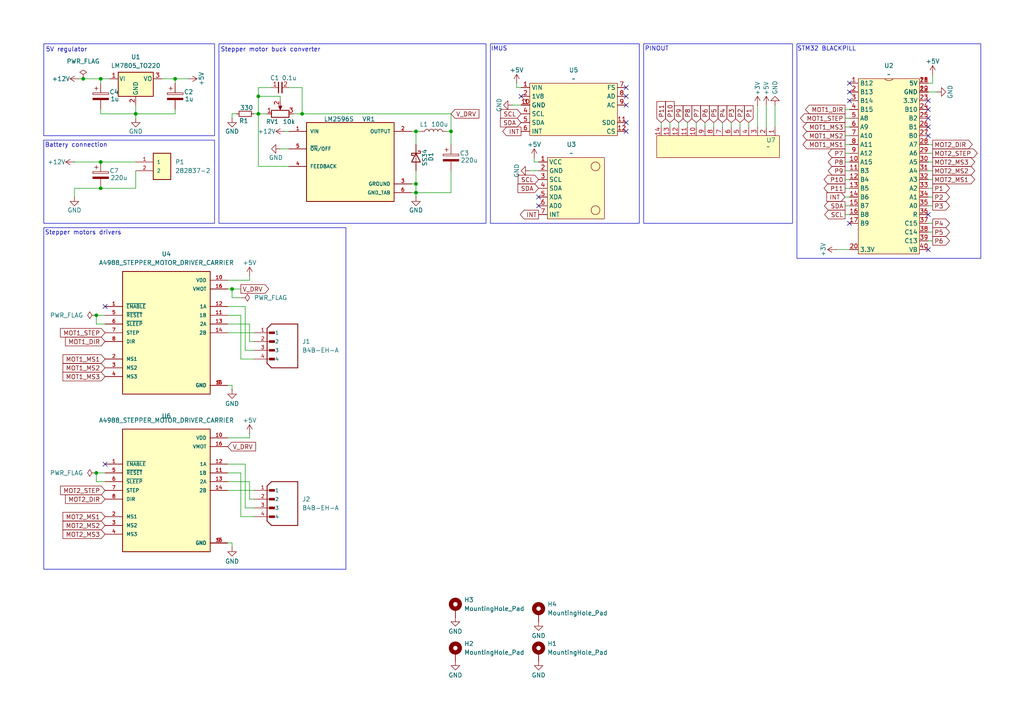
<source format=kicad_sch>
(kicad_sch (version 20231120) (generator "eeschema") (generator_version "8.0")
  (paper "A4")
  (lib_symbols
    (symbol "282837-2:282837-2" (pin_names (offset 1.016))
      (property "Reference" "P" (at -2.5406 2.5438 0))
      (property "Value" "282837-2" (at -2.5424 -6.3745 0))
      (symbol "282837-2_0_0"
        (rectangle (start -2.54 -5.08) (end 2.54 2.54) (stroke (width 0.254)) (fill (type background)))
        (pin passive line (at -7.62 0 0) (length 5.08) (name "1") (number "1"))
        (pin passive line (at -7.62 -2.54 0) (length 5.08) (name "2") (number "2"))
      )
    )
    (symbol "A4988_STEPPER_MOTOR_DRIVER_CARRIER:A4988_STEPPER_MOTOR_DRIVER_CARRIER" (pin_names (offset 1.016))
      (property "Reference" "U" (at -12.7 19.05 0))
      (property "Value" "A4988_STEPPER_MOTOR_DRIVER_CARRIER" (at -12.7 -21.59 0))
      (symbol "A4988_STEPPER_MOTOR_DRIVER_CARRIER_0_0"
        (rectangle (start -12.7 -17.78) (end 12.7 17.78) (stroke (width 0.254)) (fill (type background)))
        (pin input line (at -17.78 7.62 0) (length 5.08) (name "~{ENABLE}") (number "1"))
        (pin power_in line (at 17.78 15.24 180) (length 5.08) (name "VDD") (number "10"))
        (pin output line (at 17.78 5.08 180) (length 5.08) (name "1B") (number "11"))
        (pin output line (at 17.78 7.62 180) (length 5.08) (name "1A") (number "12"))
        (pin output line (at 17.78 2.54 180) (length 5.08) (name "2A") (number "13"))
        (pin output line (at 17.78 0 180) (length 5.08) (name "2B") (number "14"))
        (pin power_in line (at 17.78 -15.24 180) (length 5.08) (name "GND") (number "15"))
        (pin power_in line (at 17.78 12.7 180) (length 5.08) (name "VMOT") (number "16"))
        (pin input line (at -17.78 -7.62 0) (length 5.08) (name "MS1") (number "2"))
        (pin input line (at -17.78 -10.16 0) (length 5.08) (name "MS2") (number "3"))
        (pin input line (at -17.78 -12.7 0) (length 5.08) (name "MS3") (number "4"))
        (pin input line (at -17.78 5.08 0) (length 5.08) (name "~{RESET}") (number "5"))
        (pin input line (at -17.78 2.54 0) (length 5.08) (name "~{SLEEP}") (number "6"))
        (pin input line (at -17.78 0 0) (length 5.08) (name "STEP") (number "7"))
        (pin input line (at -17.78 -2.54 0) (length 5.08) (name "DIR") (number "8"))
        (pin power_in line (at 17.78 -15.24 180) (length 5.08) (name "GND") (number "9"))
      )
    )
    (symbol "A4988_STEPPER_MOTOR_DRIVER_CARRIER_1" (pin_names (offset 1.016))
      (property "Reference" "U" (at -12.7 19.05 0))
      (property "Value" "A4988_STEPPER_MOTOR_DRIVER_CARRIER" (at -12.7 -21.59 0))
      (symbol "A4988_STEPPER_MOTOR_DRIVER_CARRIER_1_0_0"
        (rectangle (start -12.7 -17.78) (end 12.7 17.78) (stroke (width 0.254)) (fill (type background)))
        (pin input line (at -17.78 7.62 0) (length 5.08) (name "~{ENABLE}") (number "1"))
        (pin power_in line (at 17.78 15.24 180) (length 5.08) (name "VDD") (number "10"))
        (pin output line (at 17.78 5.08 180) (length 5.08) (name "1B") (number "11"))
        (pin output line (at 17.78 7.62 180) (length 5.08) (name "1A") (number "12"))
        (pin output line (at 17.78 2.54 180) (length 5.08) (name "2A") (number "13"))
        (pin output line (at 17.78 0 180) (length 5.08) (name "2B") (number "14"))
        (pin power_in line (at 17.78 -15.24 180) (length 5.08) (name "GND") (number "15"))
        (pin power_in line (at 17.78 12.7 180) (length 5.08) (name "VMOT") (number "16"))
        (pin input line (at -17.78 -7.62 0) (length 5.08) (name "MS1") (number "2"))
        (pin input line (at -17.78 -10.16 0) (length 5.08) (name "MS2") (number "3"))
        (pin input line (at -17.78 -12.7 0) (length 5.08) (name "MS3") (number "4"))
        (pin input line (at -17.78 5.08 0) (length 5.08) (name "~{RESET}") (number "5"))
        (pin input line (at -17.78 2.54 0) (length 5.08) (name "~{SLEEP}") (number "6"))
        (pin input line (at -17.78 0 0) (length 5.08) (name "STEP") (number "7"))
        (pin input line (at -17.78 -2.54 0) (length 5.08) (name "DIR") (number "8"))
        (pin power_in line (at 17.78 -15.24 180) (length 5.08) (name "GND") (number "9"))
      )
    )
    (symbol "B4B-EH-A:B4B-EH-A" (pin_names (offset 1.016))
      (property "Reference" "J" (at -2.54 8.382 0))
      (property "Value" "B4B-EH-A" (at -2.54 -7.62 0))
      (symbol "B4B-EH-A_0_0"
        (rectangle (start -3.175 -2.8575) (end -1.5875 -2.2225) (stroke (width 0.1)) (fill (type outline)))
        (rectangle (start -3.175 -0.3175) (end -1.5875 0.3175) (stroke (width 0.1)) (fill (type outline)))
        (rectangle (start -3.175 2.2225) (end -1.5875 2.8575) (stroke (width 0.1)) (fill (type outline)))
        (rectangle (start -3.175 4.7625) (end -1.5875 5.3975) (stroke (width 0.1)) (fill (type outline)))
        (polyline (pts (xy -3.81 -3.81) (xy -2.54 -5.08)) (stroke (width 0.254)))
        (polyline (pts (xy -3.81 6.35) (xy -3.81 -3.81)) (stroke (width 0.254)))
        (polyline (pts (xy -3.81 6.35) (xy -2.54 7.62)) (stroke (width 0.254)))
        (polyline (pts (xy -2.54 -5.08) (xy 5.08 -5.08)) (stroke (width 0.254)))
        (polyline (pts (xy 5.08 -5.08) (xy 5.08 7.62)) (stroke (width 0.254)))
        (polyline (pts (xy 5.08 7.62) (xy -2.54 7.62)) (stroke (width 0.254)))
        (pin passive line (at -7.62 5.08 0) (length 5.08) (name "1") (number "1"))
        (pin passive line (at -7.62 2.54 0) (length 5.08) (name "2") (number "2"))
        (pin passive line (at -7.62 0 0) (length 5.08) (name "3") (number "3"))
        (pin passive line (at -7.62 -2.54 0) (length 5.08) (name "4") (number "4"))
      )
    )
    (symbol "Device:C_Polarized" (pin_numbers hide) (pin_names (offset 0.254))
      (property "Reference" "C" (at 0.635 2.54 0))
      (property "Value" "C_Polarized" (at 0.635 -2.54 0))
      (symbol "C_Polarized_0_1"
        (rectangle (start -2.286 0.508) (end 2.286 1.016))
        (polyline (pts (xy -1.778 2.286) (xy -0.762 2.286)))
        (polyline (pts (xy -1.27 2.794) (xy -1.27 1.778)))
        (rectangle (start 2.286 -0.508) (end -2.286 -1.016) (fill (type outline)))
      )
      (symbol "C_Polarized_1_1"
        (pin passive line (at 0 3.81 270) (length 2.794) (name "~") (number "1"))
        (pin passive line (at 0 -3.81 90) (length 2.794) (name "~") (number "2"))
      )
    )
    (symbol "Device:D_Schottky" (pin_numbers hide) (pin_names (offset 1.016) hide)
      (property "Reference" "D" (at 0 2.54 0))
      (property "Value" "D_Schottky" (at 0 -2.54 0))
      (symbol "D_Schottky_0_1"
        (polyline (pts (xy 1.27 0) (xy -1.27 0)))
        (polyline (pts (xy 1.27 1.27) (xy 1.27 -1.27) (xy -1.27 0) (xy 1.27 1.27)) (stroke (width 0.254)))
        (polyline (pts (xy -1.905 0.635) (xy -1.905 1.27) (xy -1.27 1.27) (xy -1.27 -1.27) (xy -0.635 -1.27) (xy -0.635 -0.635)) (stroke (width 0.254)))
      )
      (symbol "D_Schottky_1_1"
        (pin passive line (at -3.81 0 0) (length 2.54) (name "K") (number "1"))
        (pin passive line (at 3.81 0 180) (length 2.54) (name "A") (number "2"))
      )
    )
    (symbol "Device:L" (pin_numbers hide) (pin_names (offset 1.016) hide)
      (property "Reference" "L" (at -1.27 0 90))
      (property "Value" "L" (at 1.905 0 90))
      (symbol "L_0_1"
        (arc (start 0 -2.54) (mid 0.6323 -1.905) (end 0 -1.27))
        (arc (start 0 -1.27) (mid 0.6323 -0.635) (end 0 0))
        (arc (start 0 0) (mid 0.6323 0.635) (end 0 1.27))
        (arc (start 0 1.27) (mid 0.6323 1.905) (end 0 2.54))
      )
      (symbol "L_1_1"
        (pin passive line (at 0 3.81 270) (length 1.27) (name "1") (number "1"))
        (pin passive line (at 0 -3.81 90) (length 1.27) (name "2") (number "2"))
      )
    )
    (symbol "Device:R_Potentiometer" (pin_names (offset 1.016) hide)
      (property "Reference" "RV" (at -4.445 0 90))
      (property "Value" "R_Potentiometer" (at -2.54 0 90))
      (symbol "R_Potentiometer_0_1"
        (polyline (pts (xy 2.54 0) (xy 1.524 0)))
        (polyline (pts (xy 1.143 0) (xy 2.286 0.508) (xy 2.286 -0.508) (xy 1.143 0)) (fill (type outline)))
        (rectangle (start 1.016 2.54) (end -1.016 -2.54) (stroke (width 0.254)))
      )
      (symbol "R_Potentiometer_1_1"
        (pin passive line (at 0 3.81 270) (length 1.27) (name "1") (number "1"))
        (pin passive line (at 3.81 0 180) (length 1.27) (name "2") (number "2"))
        (pin passive line (at 0 -3.81 90) (length 1.27) (name "3") (number "3"))
      )
    )
    (symbol "ICM20948:ICM20948"
      (property "Reference" "U" (at 0 8.89 0))
      (symbol "ICM20948_1_1"
        (rectangle (start -12.7 7.62) (end 12.7 -7.62) (fill (type background)))
        (pin power_in line (at -15.24 6.35 0) (length 2.54) (name "VIN") (number "1"))
        (pin input line (at -15.24 1.27 0) (length 2.54) (name "GND") (number "10"))
        (pin bidirectional line (at 15.24 -3.81 180) (length 2.54) (name "SDO") (number "11"))
        (pin bidirectional line (at 15.24 -6.35 180) (length 2.54) (name "CS") (number "12"))
        (pin power_out line (at -15.24 3.81 0) (length 2.54) (name "1V8") (number "2"))
        (pin input line (at -15.24 1.27 0) (length 2.54) (name "GND") (number "3"))
        (pin bidirectional line (at -15.24 -1.27 0) (length 2.54) (name "SCL") (number "4"))
        (pin bidirectional line (at -15.24 -3.81 0) (length 2.54) (name "SDA") (number "5"))
        (pin output line (at -15.24 -6.35 0) (length 2.54) (name "INT") (number "6"))
        (pin bidirectional line (at 15.24 6.35 180) (length 2.54) (name "FS") (number "7"))
        (pin bidirectional line (at 15.24 3.81 180) (length 2.54) (name "AD") (number "8"))
        (pin bidirectional line (at 15.24 1.27 180) (length 2.54) (name "AC") (number "9"))
      )
    )
    (symbol "LM2596S-5.0:LM2596S-5.0" (pin_names (offset 1.016))
      (property "Reference" "VR" (at -12.7 10.922 0))
      (property "Value" "LM2596S-5.0" (at -12.7 -13.462 0))
      (symbol "LM2596S-5.0_0_0"
        (rectangle (start -12.7 -12.7) (end 12.7 10.16) (stroke (width 0.254)) (fill (type background)))
        (pin input line (at -17.78 7.62 0) (length 5.08) (name "VIN") (number "1"))
        (pin output line (at 17.78 7.62 180) (length 5.08) (name "OUTPUT") (number "2"))
        (pin power_in line (at 17.78 -7.62 180) (length 5.08) (name "GROUND") (number "3"))
        (pin input line (at -17.78 -2.54 0) (length 5.08) (name "FEEDBACK") (number "4"))
        (pin input line (at -17.78 2.54 0) (length 5.08) (name "~{ON}/OFF") (number "5"))
        (pin power_in line (at 17.78 -10.16 180) (length 5.08) (name "GND_TAB") (number "6"))
      )
    )
    (symbol "MPU6050:MPU6050"
      (property "Reference" "U" (at 0.508 9.906 0))
      (symbol "MPU6050_0_1"
        (circle (center 6.35 -6.35) (radius 1.27))
        (circle (center 6.35 6.35) (radius 1.27))
      )
      (symbol "MPU6050_1_1"
        (rectangle (start -7.62 8.89) (end 8.89 -8.89) (fill (type background)))
        (pin power_in line (at -10.16 7.62 0) (length 2.54) (name "VCC") (number "1"))
        (pin power_in line (at -10.16 5.08 0) (length 2.54) (name "GND") (number "2"))
        (pin bidirectional line (at -10.16 2.54 0) (length 2.54) (name "SCL") (number "3"))
        (pin bidirectional line (at -10.16 0 0) (length 2.54) (name "SDA") (number "4"))
        (pin bidirectional line (at -10.16 -2.54 0) (length 2.54) (name "XDA") (number "5"))
        (pin bidirectional line (at -10.16 -5.08 0) (length 2.54) (name "AD0") (number "6"))
        (pin bidirectional line (at -10.16 -7.62 0) (length 2.54) (name "INT") (number "7"))
      )
    )
    (symbol "Mechanical:MountingHole_Pad" (pin_numbers hide) (pin_names (offset 1.016) hide) (exclude_from_sim yes) (in_bom no)
      (property "Reference" "H" (at 0 6.35 0))
      (property "Value" "MountingHole_Pad" (at 0 4.445 0))
      (symbol "MountingHole_Pad_0_1"
        (circle (center 0 1.27) (radius 1.27) (stroke (width 1.27)))
      )
      (symbol "MountingHole_Pad_1_1"
        (pin input line (at 0 -2.54 90) (length 2.54) (name "1") (number "1"))
      )
    )
    (symbol "PUT_RL_05_01_RLC:C_Small"
      (property "Reference" "C" (at -2.286 2.794 0))
      (symbol "C_Small_0_1"
        (polyline (pts (xy -1.524 -0.508) (xy 1.524 -0.508)) (stroke (width 0.3302)))
        (polyline (pts (xy -1.524 0.508) (xy 1.524 0.508)) (stroke (width 0.3048)))
      )
      (symbol "C_Small_1_1"
        (pin passive line (at 0 2.54 270) (length 2.032) (name "~") (number "1"))
        (pin passive line (at 0 -2.54 90) (length 2.032) (name "~") (number "2"))
      )
    )
    (symbol "PUT_RL_05_01_RLC:R_Small" (pin_numbers hide)
      (property "Reference" "R" (at -2.286 3.048 0))
      (symbol "R_Small_0_1"
        (rectangle (start -0.762 1.778) (end 0.762 -1.778) (stroke (width 0.2032)))
      )
      (symbol "R_Small_1_1"
        (pin passive line (at 0 2.54 270) (length 0.762) (name "~") (number "1"))
        (pin passive line (at 0 -2.54 90) (length 0.762) (name "~") (number "2"))
      )
    )
    (symbol "Regulator_Linear:LM7805_TO220" (pin_names (offset 0.254))
      (property "Reference" "U" (at -3.81 3.175 0))
      (property "Value" "LM7805_TO220" (at 0 3.175 0))
      (symbol "LM7805_TO220_0_1"
        (rectangle (start -5.08 1.905) (end 5.08 -5.08) (stroke (width 0.254)) (fill (type background)))
      )
      (symbol "LM7805_TO220_1_1"
        (pin power_in line (at -7.62 0 0) (length 2.54) (name "VI") (number "1"))
        (pin power_in line (at 0 -7.62 90) (length 2.54) (name "GND") (number "2"))
        (pin power_out line (at 7.62 0 180) (length 2.54) (name "VO") (number "3"))
      )
    )
    (symbol "power:+12V" (power) (pin_numbers hide) (pin_names (offset 0) hide)
      (property "Value" "+12V" (at 0 3.556 0))
      (symbol "+12V_0_1"
        (polyline (pts (xy -0.762 1.27) (xy 0 2.54)))
        (polyline (pts (xy 0 0) (xy 0 2.54)))
        (polyline (pts (xy 0 2.54) (xy 0.762 1.27)))
      )
      (symbol "+12V_1_1"
        (pin power_in line (at 0 0 90) (length 0) (name "~") (number "1"))
      )
    )
    (symbol "power:+5V" (power) (pin_numbers hide) (pin_names (offset 0) hide)
      (property "Value" "+5V" (at 0 3.556 0))
      (symbol "+5V_0_1"
        (polyline (pts (xy -0.762 1.27) (xy 0 2.54)))
        (polyline (pts (xy 0 0) (xy 0 2.54)))
        (polyline (pts (xy 0 2.54) (xy 0.762 1.27)))
      )
      (symbol "+5V_1_1"
        (pin power_in line (at 0 0 90) (length 0) (name "~") (number "1"))
      )
    )
    (symbol "power:GND" (power) (pin_numbers hide) (pin_names (offset 0) hide)
      (property "Value" "GND" (at 0 -3.81 0))
      (symbol "GND_0_1"
        (polyline (pts (xy 0 0) (xy 0 -1.27) (xy 1.27 -1.27) (xy 0 -2.54) (xy -1.27 -1.27) (xy 0 -1.27)))
      )
      (symbol "GND_1_1"
        (pin power_in line (at 0 0 270) (length 0) (name "~") (number "1"))
      )
    )
    (symbol "power:PWR_FLAG" (power) (pin_numbers hide) (pin_names (offset 0) hide)
      (property "Value" "PWR_FLAG" (at 0 3.81 0))
      (symbol "PWR_FLAG_0_0"
        (pin power_out line (at 0 0 90) (length 0) (name "~") (number "1"))
      )
      (symbol "PWR_FLAG_0_1"
        (polyline (pts (xy 0 0) (xy 0 1.27) (xy -1.016 1.905) (xy 0 2.54) (xy 1.016 1.905) (xy 0 1.27)))
      )
    )
    (symbol "segway_pinout:segway_pinout"
      (property "Reference" "U" (at 0 0 0))
      (symbol "segway_pinout_1_1"
        (rectangle (start -17.78 2.54) (end 17.78 -3.81) (fill (type background)))
        (pin power_in line (at 16.51 5.08 270) (length 2.54) (name "") (number "1"))
        (pin output line (at -6.35 5.08 270) (length 2.54) (name "") (number "10"))
        (pin output line (at -8.89 5.08 270) (length 2.54) (name "") (number "11"))
        (pin output line (at -11.43 5.08 270) (length 2.54) (name "") (number "12"))
        (pin output line (at -13.97 5.08 270) (length 2.54) (name "") (number "13"))
        (pin output line (at -16.51 5.08 270) (length 2.54) (name "") (number "14"))
        (pin power_in line (at 13.97 5.08 270) (length 2.54) (name "") (number "2"))
        (pin power_in line (at 11.43 5.08 270) (length 2.54) (name "") (number "3"))
        (pin output line (at 8.89 5.08 270) (length 2.54) (name "") (number "4"))
        (pin output line (at 6.35 5.08 270) (length 2.54) (name "") (number "5"))
        (pin output line (at 3.81 5.08 270) (length 2.54) (name "") (number "6"))
        (pin output line (at 1.27 5.08 270) (length 2.54) (name "") (number "7"))
        (pin output line (at -1.27 5.08 270) (length 2.54) (name "") (number "8"))
        (pin output line (at -3.81 5.08 270) (length 2.54) (name "") (number "9"))
      )
    )
    (symbol "stm32 blackpill:blackpill"
      (property "Reference" "U" (at 0 0 0))
      (symbol "blackpill_0_1"
        (arc (start -1.27 10.16) (mid 0 9.6339) (end 1.27 10.16))
      )
      (symbol "blackpill_1_1"
        (rectangle (start -8.89 10.16) (end 8.89 -40.64) (fill (type background)))
        (pin bidirectional line (at -11.43 8.89 0) (length 2.54) (name "B12") (number "1"))
        (pin bidirectional line (at -11.43 -13.97 0) (length 2.54) (name "A15") (number "10"))
        (pin bidirectional line (at -11.43 -16.51 0) (length 2.54) (name "B3") (number "11"))
        (pin bidirectional line (at -11.43 -19.05 0) (length 2.54) (name "B4") (number "12"))
        (pin bidirectional line (at -11.43 -21.59 0) (length 2.54) (name "B5") (number "13"))
        (pin bidirectional line (at -11.43 -24.13 0) (length 2.54) (name "B6") (number "14"))
        (pin bidirectional line (at -11.43 -26.67 0) (length 2.54) (name "B7") (number "15"))
        (pin bidirectional line (at -11.43 -29.21 0) (length 2.54) (name "B8") (number "16"))
        (pin bidirectional line (at -11.43 -31.75 0) (length 2.54) (name "B9") (number "17"))
        (pin power_in line (at 11.43 8.89 180) (length 2.54) (name "5V") (number "18"))
        (pin power_out line (at 11.43 6.35 180) (length 2.54) (name "GND") (number "19"))
        (pin bidirectional line (at -11.43 6.35 0) (length 2.54) (name "B13") (number "2"))
        (pin power_out line (at -11.43 -39.37 0) (length 2.54) (name "3.3V") (number "20"))
        (pin power_in line (at 11.43 8.89 180) (length 2.54) (name "5V") (number "21"))
        (pin power_out line (at 11.43 6.35 180) (length 2.54) (name "GND") (number "22"))
        (pin power_out line (at 11.43 3.81 180) (length 2.54) (name "3.3V") (number "23"))
        (pin bidirectional line (at 11.43 1.27 180) (length 2.54) (name "B10") (number "24"))
        (pin bidirectional line (at 11.43 -1.27 180) (length 2.54) (name "B2") (number "25"))
        (pin bidirectional line (at 11.43 -3.81 180) (length 2.54) (name "B1") (number "26"))
        (pin bidirectional line (at 11.43 -6.35 180) (length 2.54) (name "B0") (number "27"))
        (pin bidirectional line (at 11.43 -8.89 180) (length 2.54) (name "A7") (number "28"))
        (pin bidirectional line (at 11.43 -11.43 180) (length 2.54) (name "A6") (number "29"))
        (pin bidirectional line (at -11.43 3.81 0) (length 2.54) (name "B14") (number "3"))
        (pin bidirectional line (at 11.43 -13.97 180) (length 2.54) (name "A5") (number "30"))
        (pin bidirectional line (at 11.43 -16.51 180) (length 2.54) (name "A4") (number "31"))
        (pin bidirectional line (at 11.43 -19.05 180) (length 2.54) (name "A3") (number "32"))
        (pin bidirectional line (at 11.43 -21.59 180) (length 2.54) (name "A2") (number "33"))
        (pin bidirectional line (at 11.43 -24.13 180) (length 2.54) (name "A1") (number "34"))
        (pin bidirectional line (at 11.43 -26.67 180) (length 2.54) (name "A0") (number "35"))
        (pin input line (at 11.43 -29.21 180) (length 2.54) (name "R") (number "36"))
        (pin bidirectional line (at 11.43 -31.75 180) (length 2.54) (name "C15") (number "37"))
        (pin bidirectional line (at 11.43 -34.29 180) (length 2.54) (name "C14") (number "38"))
        (pin bidirectional line (at 11.43 -36.83 180) (length 2.54) (name "C13") (number "39"))
        (pin bidirectional line (at -11.43 1.27 0) (length 2.54) (name "B15") (number "4"))
        (pin bidirectional line (at 11.43 -39.37 180) (length 2.54) (name "VB") (number "40"))
        (pin bidirectional line (at -11.43 -1.27 0) (length 2.54) (name "A8") (number "5"))
        (pin bidirectional line (at -11.43 -3.81 0) (length 2.54) (name "A9") (number "6"))
        (pin bidirectional line (at -11.43 -6.35 0) (length 2.54) (name "A10") (number "7"))
        (pin bidirectional line (at -11.43 -8.89 0) (length 2.54) (name "A11") (number "8"))
        (pin bidirectional line (at -11.43 -11.43 0) (length 2.54) (name "A12") (number "9"))
      )
    )
  )
  (junction (at 120.65 38.1))
  (junction (at 67.31 83.82))
  (junction (at 29.21 54.61))
  (junction (at 74.93 27.94))
  (junction (at 27.94 91.44))
  (junction (at 87.63 33.02))
  (junction (at 130.81 38.1))
  (junction (at 120.65 53.34))
  (junction (at 24.13 22.86))
  (junction (at 29.21 22.86))
  (junction (at 39.37 33.02))
  (junction (at 74.93 33.02))
  (junction (at 29.21 46.99))
  (junction (at 27.94 137.16))
  (junction (at 120.65 55.88))
  (junction (at 50.8 22.86))
  (no_connect (at 156.21 57.15))
  (no_connect (at 269.24 31.75))
  (no_connect (at 269.24 62.23))
  (no_connect (at 151.13 27.94))
  (no_connect (at 269.24 39.37))
  (no_connect (at 246.38 24.13))
  (no_connect (at 269.24 34.29))
  (no_connect (at 181.61 38.1))
  (no_connect (at 181.61 35.56))
  (no_connect (at 30.48 88.9))
  (no_connect (at 246.38 64.77))
  (no_connect (at 246.38 26.67))
  (no_connect (at 30.48 134.62))
  (no_connect (at 269.24 72.39))
  (no_connect (at 269.24 36.83))
  (no_connect (at 181.61 25.4))
  (no_connect (at 181.61 30.48))
  (no_connect (at 181.61 27.94))
  (no_connect (at 269.24 29.21))
  (no_connect (at 156.21 59.69))
  (no_connect (at 246.38 29.21))
  (wire (pts (xy 87.63 25.4) (xy 87.63 33.02)))
  (wire (pts (xy 119.38 53.34) (xy 120.65 53.34)))
  (wire (pts (xy 148.59 30.48) (xy 151.13 30.48)))
  (wire (pts (xy 68.58 33.02) (xy 67.31 33.02)))
  (wire (pts (xy 245.11 39.37) (xy 246.38 39.37)))
  (wire (pts (xy 29.21 46.99) (xy 39.37 46.99)))
  (wire (pts (xy 72.39 144.78) (xy 73.66 144.78)))
  (wire (pts (xy 222.25 30.48) (xy 222.25 36.83)))
  (wire (pts (xy 72.39 99.06) (xy 72.39 93.98)))
  (wire (pts (xy 245.11 54.61) (xy 246.38 54.61)))
  (wire (pts (xy 27.94 93.98) (xy 30.48 93.98)))
  (wire (pts (xy 153.67 49.53) (xy 156.21 49.53)))
  (wire (pts (xy 269.24 59.69) (xy 270.51 59.69)))
  (wire (pts (xy 245.11 36.83) (xy 246.38 36.83)))
  (wire (pts (xy 270.51 46.99) (xy 269.24 46.99)))
  (wire (pts (xy 72.39 80.01) (xy 72.39 81.28)))
  (wire (pts (xy 30.48 91.44) (xy 27.94 91.44)))
  (wire (pts (xy 74.93 48.26) (xy 83.82 48.26)))
  (wire (pts (xy 191.77 35.56) (xy 191.77 36.83)))
  (wire (pts (xy 120.65 55.88) (xy 120.65 53.34)))
  (wire (pts (xy 270.51 54.61) (xy 269.24 54.61)))
  (wire (pts (xy 72.39 99.06) (xy 73.66 99.06)))
  (wire (pts (xy 245.11 46.99) (xy 246.38 46.99)))
  (wire (pts (xy 214.63 35.56) (xy 214.63 36.83)))
  (wire (pts (xy 129.54 38.1) (xy 130.81 38.1)))
  (wire (pts (xy 245.11 49.53) (xy 246.38 49.53)))
  (wire (pts (xy 209.55 35.56) (xy 209.55 36.83)))
  (wire (pts (xy 154.94 46.99) (xy 154.94 45.72)))
  (wire (pts (xy 50.8 24.13) (xy 50.8 22.86)))
  (wire (pts (xy 72.39 125.73) (xy 72.39 127)))
  (wire (pts (xy 204.47 35.56) (xy 204.47 36.83)))
  (wire (pts (xy 130.81 33.02) (xy 130.81 38.1)))
  (wire (pts (xy 71.12 134.62) (xy 71.12 147.32)))
  (wire (pts (xy 73.66 104.14) (xy 69.85 104.14)))
  (wire (pts (xy 245.11 44.45) (xy 246.38 44.45)))
  (wire (pts (xy 21.59 54.61) (xy 21.59 57.15)))
  (wire (pts (xy 73.66 33.02) (xy 74.93 33.02)))
  (wire (pts (xy 69.85 149.86) (xy 69.85 137.16)))
  (wire (pts (xy 270.51 49.53) (xy 269.24 49.53)))
  (wire (pts (xy 29.21 22.86) (xy 29.21 24.13)))
  (wire (pts (xy 270.51 44.45) (xy 269.24 44.45)))
  (wire (pts (xy 119.38 55.88) (xy 120.65 55.88)))
  (wire (pts (xy 27.94 91.44) (xy 27.94 93.98)))
  (wire (pts (xy 27.94 139.7) (xy 30.48 139.7)))
  (wire (pts (xy 269.24 26.67) (xy 271.78 26.67)))
  (wire (pts (xy 120.65 49.53) (xy 120.65 53.34)))
  (wire (pts (xy 39.37 33.02) (xy 39.37 34.29)))
  (wire (pts (xy 119.38 38.1) (xy 120.65 38.1)))
  (wire (pts (xy 83.82 25.4) (xy 87.63 25.4)))
  (wire (pts (xy 50.8 22.86) (xy 54.61 22.86)))
  (wire (pts (xy 66.04 137.16) (xy 69.85 137.16)))
  (wire (pts (xy 27.94 137.16) (xy 27.94 139.7)))
  (wire (pts (xy 71.12 147.32) (xy 73.66 147.32)))
  (wire (pts (xy 242.57 72.39) (xy 246.38 72.39)))
  (wire (pts (xy 194.31 35.56) (xy 194.31 36.83)))
  (wire (pts (xy 269.24 64.77) (xy 270.51 64.77)))
  (wire (pts (xy 270.51 24.13) (xy 269.24 24.13)))
  (wire (pts (xy 72.39 139.7) (xy 66.04 139.7)))
  (wire (pts (xy 66.04 157.48) (xy 67.31 157.48)))
  (wire (pts (xy 29.21 33.02) (xy 29.21 31.75)))
  (wire (pts (xy 39.37 33.02) (xy 50.8 33.02)))
  (wire (pts (xy 245.11 59.69) (xy 246.38 59.69)))
  (wire (pts (xy 66.04 142.24) (xy 73.66 142.24)))
  (wire (pts (xy 74.93 33.02) (xy 77.47 33.02)))
  (wire (pts (xy 72.39 81.28) (xy 66.04 81.28)))
  (wire (pts (xy 245.11 57.15) (xy 246.38 57.15)))
  (wire (pts (xy 87.63 33.02) (xy 130.81 33.02)))
  (wire (pts (xy 269.24 57.15) (xy 270.51 57.15)))
  (wire (pts (xy 83.82 43.18) (xy 81.28 43.18)))
  (wire (pts (xy 270.51 21.59) (xy 270.51 24.13)))
  (wire (pts (xy 67.31 157.48) (xy 67.31 158.75)))
  (wire (pts (xy 66.04 96.52) (xy 73.66 96.52)))
  (wire (pts (xy 74.93 33.02) (xy 74.93 48.26)))
  (wire (pts (xy 69.85 104.14) (xy 69.85 91.44)))
  (wire (pts (xy 66.04 83.82) (xy 67.31 83.82)))
  (wire (pts (xy 66.04 111.76) (xy 67.31 111.76)))
  (wire (pts (xy 120.65 55.88) (xy 130.81 55.88)))
  (wire (pts (xy 21.59 54.61) (xy 29.21 54.61)))
  (wire (pts (xy 46.99 22.86) (xy 50.8 22.86)))
  (wire (pts (xy 270.51 41.91) (xy 269.24 41.91)))
  (wire (pts (xy 74.93 27.94) (xy 81.28 27.94)))
  (wire (pts (xy 71.12 88.9) (xy 71.12 101.6)))
  (wire (pts (xy 29.21 54.61) (xy 39.37 54.61)))
  (wire (pts (xy 154.94 46.99) (xy 156.21 46.99)))
  (wire (pts (xy 245.11 31.75) (xy 246.38 31.75)))
  (wire (pts (xy 212.09 35.56) (xy 212.09 36.83)))
  (wire (pts (xy 245.11 34.29) (xy 246.38 34.29)))
  (wire (pts (xy 224.79 30.48) (xy 224.79 36.83)))
  (wire (pts (xy 85.09 33.02) (xy 87.63 33.02)))
  (wire (pts (xy 30.48 137.16) (xy 27.94 137.16)))
  (wire (pts (xy 217.17 35.56) (xy 217.17 36.83)))
  (wire (pts (xy 24.13 22.86) (xy 29.21 22.86)))
  (wire (pts (xy 31.75 22.86) (xy 29.21 22.86)))
  (wire (pts (xy 81.28 29.21) (xy 81.28 27.94)))
  (wire (pts (xy 66.04 88.9) (xy 71.12 88.9)))
  (wire (pts (xy 67.31 86.36) (xy 67.31 83.82)))
  (wire (pts (xy 73.66 149.86) (xy 69.85 149.86)))
  (wire (pts (xy 196.85 35.56) (xy 196.85 36.83)))
  (wire (pts (xy 219.71 30.48) (xy 219.71 36.83)))
  (wire (pts (xy 29.21 33.02) (xy 39.37 33.02)))
  (wire (pts (xy 39.37 49.53) (xy 39.37 54.61)))
  (wire (pts (xy 245.11 62.23) (xy 246.38 62.23)))
  (wire (pts (xy 151.13 25.4) (xy 149.86 25.4)))
  (wire (pts (xy 66.04 91.44) (xy 69.85 91.44)))
  (wire (pts (xy 82.55 38.1) (xy 83.82 38.1)))
  (wire (pts (xy 66.04 134.62) (xy 71.12 134.62)))
  (wire (pts (xy 72.39 127) (xy 66.04 127)))
  (wire (pts (xy 67.31 33.02) (xy 67.31 34.29)))
  (wire (pts (xy 245.11 41.91) (xy 246.38 41.91)))
  (wire (pts (xy 71.12 101.6) (xy 73.66 101.6)))
  (wire (pts (xy 74.93 25.4) (xy 78.74 25.4)))
  (wire (pts (xy 74.93 27.94) (xy 74.93 33.02)))
  (wire (pts (xy 199.39 35.56) (xy 199.39 36.83)))
  (wire (pts (xy 269.24 67.31) (xy 270.51 67.31)))
  (wire (pts (xy 39.37 30.48) (xy 39.37 33.02)))
  (wire (pts (xy 120.65 38.1) (xy 120.65 41.91)))
  (wire (pts (xy 245.11 52.07) (xy 246.38 52.07)))
  (wire (pts (xy 67.31 111.76) (xy 67.31 113.03)))
  (wire (pts (xy 120.65 38.1) (xy 121.92 38.1)))
  (wire (pts (xy 50.8 33.02) (xy 50.8 31.75)))
  (wire (pts (xy 67.31 83.82) (xy 69.85 83.82)))
  (wire (pts (xy 269.24 69.85) (xy 270.51 69.85)))
  (wire (pts (xy 201.93 35.56) (xy 201.93 36.83)))
  (wire (pts (xy 130.81 49.53) (xy 130.81 55.88)))
  (wire (pts (xy 130.81 38.1) (xy 130.81 41.91)))
  (wire (pts (xy 22.86 22.86) (xy 24.13 22.86)))
  (wire (pts (xy 74.93 25.4) (xy 74.93 27.94)))
  (wire (pts (xy 72.39 144.78) (xy 72.39 139.7)))
  (wire (pts (xy 29.21 46.99) (xy 21.59 46.99)))
  (wire (pts (xy 69.85 86.36) (xy 67.31 86.36)))
  (wire (pts (xy 120.65 55.88) (xy 120.65 57.15)))
  (wire (pts (xy 72.39 93.98) (xy 66.04 93.98)))
  (wire (pts (xy 207.01 35.56) (xy 207.01 36.83)))
  (wire (pts (xy 270.51 52.07) (xy 269.24 52.07)))
  (wire (pts (xy 149.86 25.4) (xy 149.86 24.13)))
  (rectangle (start 12.7 40.64) (end 62.23 64.77))
  (rectangle (start 142.24 12.7) (end 185.42 64.77))
  (rectangle (start 63.5 12.7) (end 140.97 64.77))
  (rectangle (start 12.7 12.7) (end 62.23 39.37))
  (rectangle (start 12.7 66.04) (end 100.33 165.1))
  (rectangle (start 231.14 12.7) (end 284.48 74.93))
  (rectangle (start 186.69 12.7) (end 229.87 64.77))
  (text "IMUS" (at 144.78 14.224 0) (effects (font (size 1.27 1.27))))
  (text "5V regulator" (at 19.304 14.478 0) (effects (font (size 1.27 1.27))))
  (text "Stepper motors drivers" (at 24.13 67.564 0) (effects (font (size 1.27 1.27))))
  (text "STM32 BLACKPILL" (at 239.776 14.224 0) (effects (font (size 1.27 1.27))))
  (text "Stepper motor buck converter" (at 78.486 14.478 0) (effects (font (size 1.27 1.27))))
  (text "PINOUT" (at 190.5 14.224 0) (effects (font (size 1.27 1.27))))
  (text "Battery connection" (at 22.098 42.164 0) (effects (font (size 1.27 1.27))))
  (global_label "INT" (shape output) (at 151.13 38.1 180) (property "Intersheetrefs" "${INTERSHEET_REFS}" (effects (hide yes))))
  (global_label "P4" (shape input) (at 209.55 35.56 90) (property "Intersheetrefs" "${INTERSHEET_REFS}" (effects (hide yes))))
  (global_label "MOT2_MS2" (shape input) (at 30.48 152.4 180) (property "Intersheetrefs" "${INTERSHEET_REFS}" (effects (hide yes))))
  (global_label "MOT1_MS2" (shape output) (at 245.11 39.37 180) (property "Intersheetrefs" "${INTERSHEET_REFS}" (effects (hide yes))))
  (global_label "INT" (shape input) (at 245.11 57.15 180) (property "Intersheetrefs" "${INTERSHEET_REFS}" (effects (hide yes))))
  (global_label "P1" (shape input) (at 217.17 35.56 90) (property "Intersheetrefs" "${INTERSHEET_REFS}" (effects (hide yes))))
  (global_label "MOT2_DIR" (shape output) (at 270.51 41.91 0) (property "Intersheetrefs" "${INTERSHEET_REFS}" (effects (hide yes))))
  (global_label "P6" (shape output) (at 270.51 69.85 0) (property "Intersheetrefs" "${INTERSHEET_REFS}" (effects (hide yes))))
  (global_label "P6" (shape input) (at 204.47 35.56 90) (property "Intersheetrefs" "${INTERSHEET_REFS}" (effects (hide yes))))
  (global_label "P5" (shape input) (at 207.01 35.56 90) (property "Intersheetrefs" "${INTERSHEET_REFS}" (effects (hide yes))))
  (global_label "P2" (shape output) (at 270.51 57.15 0) (property "Intersheetrefs" "${INTERSHEET_REFS}" (effects (hide yes))))
  (global_label "P3" (shape output) (at 270.51 59.69 0) (property "Intersheetrefs" "${INTERSHEET_REFS}" (effects (hide yes))))
  (global_label "P8" (shape output) (at 245.11 46.99 180) (property "Intersheetrefs" "${INTERSHEET_REFS}" (effects (hide yes))))
  (global_label "P4" (shape output) (at 270.51 64.77 0) (property "Intersheetrefs" "${INTERSHEET_REFS}" (effects (hide yes))))
  (global_label "P11" (shape input) (at 191.77 35.56 90) (property "Intersheetrefs" "${INTERSHEET_REFS}" (effects (hide yes))))
  (global_label "SCL" (shape output) (at 245.11 62.23 180) (property "Intersheetrefs" "${INTERSHEET_REFS}" (effects (hide yes))))
  (global_label "SDA" (shape input) (at 151.13 35.56 180) (property "Intersheetrefs" "${INTERSHEET_REFS}" (effects (hide yes))))
  (global_label "MOT2_STEP" (shape input) (at 30.48 142.24 180) (property "Intersheetrefs" "${INTERSHEET_REFS}" (effects (hide yes))))
  (global_label "SCL" (shape input) (at 151.13 33.02 180) (property "Intersheetrefs" "${INTERSHEET_REFS}" (effects (hide yes))))
  (global_label "MOT2_MS3" (shape output) (at 270.51 46.99 0) (property "Intersheetrefs" "${INTERSHEET_REFS}" (effects (hide yes))))
  (global_label "MOT1_MS3" (shape output) (at 245.11 36.83 180) (property "Intersheetrefs" "${INTERSHEET_REFS}" (effects (hide yes))))
  (global_label "INT" (shape output) (at 156.21 62.23 180) (property "Intersheetrefs" "${INTERSHEET_REFS}" (effects (hide yes))))
  (global_label "SDA" (shape input) (at 156.21 54.61 180) (property "Intersheetrefs" "${INTERSHEET_REFS}" (effects (hide yes))))
  (global_label "P7" (shape output) (at 245.11 44.45 180) (property "Intersheetrefs" "${INTERSHEET_REFS}" (effects (hide yes))))
  (global_label "MOT2_MS1" (shape input) (at 30.48 149.86 180) (property "Intersheetrefs" "${INTERSHEET_REFS}" (effects (hide yes))))
  (global_label "P10" (shape output) (at 245.11 52.07 180) (property "Intersheetrefs" "${INTERSHEET_REFS}" (effects (hide yes))))
  (global_label "P1" (shape output) (at 270.51 54.61 0) (property "Intersheetrefs" "${INTERSHEET_REFS}" (effects (hide yes))))
  (global_label "MOT2_STEP" (shape output) (at 270.51 44.45 0) (property "Intersheetrefs" "${INTERSHEET_REFS}" (effects (hide yes))))
  (global_label "MOT2_MS1" (shape output) (at 270.51 52.07 0) (property "Intersheetrefs" "${INTERSHEET_REFS}" (effects (hide yes))))
  (global_label "MOT1_DIR" (shape output) (at 245.11 31.75 180) (property "Intersheetrefs" "${INTERSHEET_REFS}" (effects (hide yes))))
  (global_label "MOT1_STEP" (shape output) (at 245.11 34.29 180) (property "Intersheetrefs" "${INTERSHEET_REFS}" (effects (hide yes))))
  (global_label "P9" (shape output) (at 245.11 49.53 180) (property "Intersheetrefs" "${INTERSHEET_REFS}" (effects (hide yes))))
  (global_label "MOT2_MS3" (shape input) (at 30.48 154.94 180) (property "Intersheetrefs" "${INTERSHEET_REFS}" (effects (hide yes))))
  (global_label "MOT1_DIR" (shape input) (at 30.48 99.06 180) (property "Intersheetrefs" "${INTERSHEET_REFS}" (effects (hide yes))))
  (global_label "V_DRV" (shape input) (at 130.81 33.02 0) (property "Intersheetrefs" "${INTERSHEET_REFS}" (effects (hide yes))))
  (global_label "SDA" (shape output) (at 245.11 59.69 180) (property "Intersheetrefs" "${INTERSHEET_REFS}" (effects (hide yes))))
  (global_label "V_DRV" (shape input) (at 66.04 129.54 0) (property "Intersheetrefs" "${INTERSHEET_REFS}" (effects (hide yes))))
  (global_label "P2" (shape input) (at 214.63 35.56 90) (property "Intersheetrefs" "${INTERSHEET_REFS}" (effects (hide yes))))
  (global_label "MOT1_MS1" (shape output) (at 245.11 41.91 180) (property "Intersheetrefs" "${INTERSHEET_REFS}" (effects (hide yes))))
  (global_label "MOT1_MS3" (shape input) (at 30.48 109.22 180) (property "Intersheetrefs" "${INTERSHEET_REFS}" (effects (hide yes))))
  (global_label "P3" (shape input) (at 212.09 35.56 90) (property "Intersheetrefs" "${INTERSHEET_REFS}" (effects (hide yes))))
  (global_label "MOT2_DIR" (shape input) (at 30.48 144.78 180) (property "Intersheetrefs" "${INTERSHEET_REFS}" (effects (hide yes))))
  (global_label "MOT1_STEP" (shape input) (at 30.48 96.52 180) (property "Intersheetrefs" "${INTERSHEET_REFS}" (effects (hide yes))))
  (global_label "P9" (shape input) (at 196.85 35.56 90) (property "Intersheetrefs" "${INTERSHEET_REFS}" (effects (hide yes))))
  (global_label "MOT2_MS2" (shape output) (at 270.51 49.53 0) (property "Intersheetrefs" "${INTERSHEET_REFS}" (effects (hide yes))))
  (global_label "P7" (shape input) (at 201.93 35.56 90) (property "Intersheetrefs" "${INTERSHEET_REFS}" (effects (hide yes))))
  (global_label "MOT1_MS1" (shape input) (at 30.48 104.14 180) (property "Intersheetrefs" "${INTERSHEET_REFS}" (effects (hide yes))))
  (global_label "P5" (shape output) (at 270.51 67.31 0) (property "Intersheetrefs" "${INTERSHEET_REFS}" (effects (hide yes))))
  (global_label "V_DRV" (shape output) (at 69.85 83.82 0) (property "Intersheetrefs" "${INTERSHEET_REFS}" (effects (hide yes))))
  (global_label "P10" (shape input) (at 194.31 35.56 90) (property "Intersheetrefs" "${INTERSHEET_REFS}" (effects (hide yes))))
  (global_label "P11" (shape output) (at 245.11 54.61 180) (property "Intersheetrefs" "${INTERSHEET_REFS}" (effects (hide yes))))
  (global_label "MOT1_MS2" (shape input) (at 30.48 106.68 180) (property "Intersheetrefs" "${INTERSHEET_REFS}" (effects (hide yes))))
  (global_label "SCL" (shape input) (at 156.21 52.07 180) (property "Intersheetrefs" "${INTERSHEET_REFS}" (effects (hide yes))))
  (global_label "P8" (shape input) (at 199.39 35.56 90) (property "Intersheetrefs" "${INTERSHEET_REFS}" (effects (hide yes))))
  (symbol (lib_id "power:+5V") (at 72.39 125.73 0) (unit 1)
    (property "Reference" "#PWR019" (effects (hide yes)))
    (property "Value" "+5V" (at 72.39 121.92 0))
    (property "Description" "Power symbol creates a global label with name \"+5V\"" (effects (hide yes)))
  )
  (symbol (lib_id "segway_pinout:segway_pinout") (at 208.28 41.91 0) (unit 1)
    (property "Reference" "U7" (at 222.25 40.6399 0) (effects (justify left)))
    (property "Value" "~" (at 222.25 42.545 0) (effects (justify left)))
    (property "Footprint" "segway:segway_pinout" (effects (hide yes)))
  )
  (symbol (lib_id "ICM20948:ICM20948") (at 166.37 31.75 0) (unit 1)
    (property "Reference" "U5" (at 166.37 20.32 0))
    (property "Value" "~" (at 166.37 22.86 0))
    (property "Footprint" "segway:ICN20948" (effects (hide yes)))
  )
  (symbol (lib_id "power:PWR_FLAG") (at 27.94 137.16 90) (unit 1)
    (property "Reference" "#FLG03" (effects (hide yes)))
    (property "Value" "PWR_FLAG" (at 24.13 137.1599 90) (effects (justify left)))
    (property "Description" "Special symbol for telling ERC where power comes from" (effects (hide yes)))
  )
  (symbol (lib_id "power:GND") (at 156.21 180.34 0) (unit 1)
    (property "Reference" "#PWR021" (effects (hide yes)))
    (property "Value" "GND" (at 156.21 184.404 0))
    (property "Description" "Power symbol creates a global label with name \"GND\" , ground" (effects (hide yes)))
  )
  (symbol (lib_id "power:+5V") (at 154.94 45.72 0) (unit 1)
    (property "Reference" "#PWR014" (effects (hide yes)))
    (property "Value" "+5V" (at 154.94 41.91 0))
    (property "Description" "Power symbol creates a global label with name \"+5V\"" (effects (hide yes)))
  )
  (symbol (lib_id "power:+5V") (at 219.71 30.48 0) (unit 1)
    (property "Reference" "#PWR022" (effects (hide yes)))
    (property "Value" "+3V" (at 219.71 25.654 90))
    (property "Description" "Power symbol creates a global label with name \"+5V\"" (effects (hide yes)))
  )
  (symbol (lib_id "B4B-EH-A:B4B-EH-A") (at 81.28 147.32 0) (unit 1)
    (property "Reference" "J2" (at 87.63 144.7799 0) (effects (justify left)))
    (property "Value" "B4B-EH-A" (at 87.63 147.3199 0) (effects (justify left)))
    (property "Footprint" "my-libraries:JST_B4B-EH-A" (effects (hide yes)))
    (property "MF" "JST" (effects (hide yes)))
    (property "MAXIMUM_PACKAGE_HEIGHT" "6mm" (effects (hide yes)))
    (property "Package" "None" (effects (hide yes)))
    (property "Price" "None" (effects (hide yes)))
    (property "Check_prices" "https://www.snapeda.com/parts/B4B-EH-A/JST/view-part/?ref=eda" (effects (hide yes)))
    (property "STANDARD" "Manufacturer Recommendations" (effects (hide yes)))
    (property "SnapEDA_Link" "https://www.snapeda.com/parts/B4B-EH-A/JST/view-part/?ref=snap" (effects (hide yes)))
    (property "MP" "B4B-EH-A" (effects (hide yes)))
    (property "Description_1" "\n                        \n                            Connector Header Through Hole 4 position 0.098 (2.50mm)\n                        \n" (effects (hide yes)))
    (property "MANUFACTURER" "JST" (effects (hide yes)))
    (property "Availability" "In Stock" (effects (hide yes)))
    (property "SNAPEDA_PN" "B4B-EH-A" (effects (hide yes)))
  )
  (symbol (lib_id "power:GND") (at 67.31 113.03 0) (unit 1)
    (property "Reference" "#PWR012" (effects (hide yes)))
    (property "Value" "GND" (at 67.31 117.094 0))
    (property "Description" "Power symbol creates a global label with name \"GND\" , ground" (effects (hide yes)))
  )
  (symbol (lib_id "Device:C_Polarized") (at 29.21 27.94 0) (unit 1)
    (property "Reference" "C4" (at 31.75 26.67 0) (effects (justify left)))
    (property "Value" "1u" (at 32.004 28.702 0) (effects (justify left)))
    (property "Footprint" "Capacitor_THT:CP_Radial_D5.0mm_P2.50mm" (effects (hide yes)))
    (property "Description" "Polarized capacitor" (effects (hide yes)))
  )
  (symbol (lib_id "282837-2:282837-2") (at 46.99 46.99 0) (unit 1)
    (property "Reference" "P1" (at 50.8 46.9899 0) (effects (justify left)))
    (property "Value" "282837-2" (at 50.8 49.5299 0) (effects (justify left)))
    (property "Footprint" "282837-2:TE_282837-2" (effects (hide yes)))
    (property "Comment" "282837-2" (effects (hide yes)))
    (property "MF" "TE Connectivity" (effects (hide yes)))
    (property "DESCRIPTION" "TERMINAL BLOCK 3.5MM 2POS PCB" (effects (hide yes)))
    (property "PACKAGE" "None" (effects (hide yes)))
    (property "PRICE" "0.28 USD" (effects (hide yes)))
    (property "Package" "None" (effects (hide yes)))
    (property "Check_prices" "https://www.snapeda.com/parts/282837-2/TE+Connectivity+AMP+Connectors/view-part/?ref=eda" (effects (hide yes)))
    (property "Price" "None" (effects (hide yes)))
    (property "PARTREV" "G3" (effects (hide yes)))
    (property "SnapEDA_Link" "https://www.snapeda.com/parts/282837-2/TE+Connectivity+AMP+Connectors/view-part/?ref=snap" (effects (hide yes)))
    (property "MP" "282837-2" (effects (hide yes)))
    (property "Availability" "In Stock" (effects (hide yes)))
    (property "AVAILABILITY" "Good" (effects (hide yes)))
    (property "Description_1" "\n                        \n                            Terminal Block Connector Wire Receptacle 2 5.08 mm 30-16 AWG Green 13.5 A 250 V | TE Connectivity 282837-2\n                        \n" (effects (hide yes)))
  )
  (symbol (lib_id "power:+5V") (at 54.61 22.86 270) (unit 1)
    (property "Reference" "#PWR09" (effects (hide yes)))
    (property "Value" "+5V" (at 58.42 22.86 0))
    (property "Description" "Power symbol creates a global label with name \"+5V\"" (effects (hide yes)))
  )
  (symbol (lib_id "B4B-EH-A:B4B-EH-A") (at 81.28 101.6 0) (unit 1)
    (property "Reference" "J1" (at 87.63 99.0599 0) (effects (justify left)))
    (property "Value" "B4B-EH-A" (at 87.63 101.5999 0) (effects (justify left)))
    (property "Footprint" "my-libraries:JST_B4B-EH-A" (effects (hide yes)))
    (property "MF" "JST" (effects (hide yes)))
    (property "MAXIMUM_PACKAGE_HEIGHT" "6mm" (effects (hide yes)))
    (property "Package" "None" (effects (hide yes)))
    (property "Price" "None" (effects (hide yes)))
    (property "Check_prices" "https://www.snapeda.com/parts/B4B-EH-A/JST/view-part/?ref=eda" (effects (hide yes)))
    (property "STANDARD" "Manufacturer Recommendations" (effects (hide yes)))
    (property "SnapEDA_Link" "https://www.snapeda.com/parts/B4B-EH-A/JST/view-part/?ref=snap" (effects (hide yes)))
    (property "MP" "B4B-EH-A" (effects (hide yes)))
    (property "Description_1" "\n                        \n                            Connector Header Through Hole 4 position 0.098 (2.50mm)\n                        \n" (effects (hide yes)))
    (property "MANUFACTURER" "JST" (effects (hide yes)))
    (property "Availability" "In Stock" (effects (hide yes)))
    (property "SNAPEDA_PN" "B4B-EH-A" (effects (hide yes)))
  )
  (symbol (lib_id "Mechanical:MountingHole_Pad") (at 156.21 177.8 0) (unit 1) (exclude_from_sim yes) (in_bom no)
    (property "Reference" "H4" (at 158.75 175.2599 0) (effects (justify left)))
    (property "Value" "MountingHole_Pad" (at 158.75 177.7999 0) (effects (justify left)))
    (property "Footprint" "MountingHole:MountingHole_3.2mm_M3_DIN965_Pad" (effects (hide yes)))
    (property "Description" "Mounting Hole with connection" (effects (hide yes)))
  )
  (symbol (lib_id "power:GND") (at 67.31 158.75 0) (unit 1)
    (property "Reference" "#PWR016" (effects (hide yes)))
    (property "Value" "GND" (at 67.31 162.814 0))
    (property "Description" "Power symbol creates a global label with name \"GND\" , ground" (effects (hide yes)))
  )
  (symbol (lib_id "power:+5V") (at 242.57 72.39 90) (unit 1)
    (property "Reference" "#PWR020" (effects (hide yes)))
    (property "Value" "+3V" (at 238.76 72.39 0))
    (property "Description" "Power symbol creates a global label with name \"+5V\"" (effects (hide yes)))
  )
  (symbol (lib_id "LM2596S-5.0:LM2596S-5.0") (at 101.6 45.72 0) (unit 1)
    (property "Reference" "VR1" (at 106.934 34.544 0))
    (property "Value" "LM2596S" (at 98.298 34.544 0))
    (property "Footprint" "segway:TO170P1524X483-6N" (effects (hide yes)))
    (property "MF" "Texas" (effects (hide yes)))
    (property "MAXIMUM_PACKAGE_HEIGHT" "4.83 mm" (effects (hide yes)))
    (property "Package" "TO-263-6 National Semiconductor" (effects (hide yes)))
    (property "Price" "None" (effects (hide yes)))
    (property "Check_prices" "https://www.snapeda.com/parts/LM2596S-5.0/Texas+Instruments/view-part/?ref=eda" (effects (hide yes)))
    (property "STANDARD" "IPC-7351B" (effects (hide yes)))
    (property "PARTREV" "E" (effects (hide yes)))
    (property "SnapEDA_Link" "https://www.snapeda.com/parts/LM2596S-5.0/Texas+Instruments/view-part/?ref=snap" (effects (hide yes)))
    (property "SNAPEDA_PACKAGE_ID" "102658" (effects (hide yes)))
    (property "MP" "LM2596S-5.0" (effects (hide yes)))
    (property "Description_1" "\n                        \n                            SIMPLE SWITCHER® 4.5V to 40V, 3A Low Component Count Step-Down Regulator 5-DDPAK/TO-263 \n                        \n" (effects (hide yes)))
    (property "Availability" "In Stock" (effects (hide yes)))
    (property "MANUFACTURER" "Texas Instruments" (effects (hide yes)))
  )
  (symbol (lib_id "power:+12V") (at 21.59 46.99 90) (unit 1)
    (property "Reference" "#PWR023" (effects (hide yes)))
    (property "Value" "+12V" (at 19.05 46.99 90) (effects (justify left)))
    (property "Description" "Power symbol creates a global label with name \"+12V\"" (effects (hide yes)))
  )
  (symbol (lib_id "Mechanical:MountingHole_Pad") (at 156.21 189.23 0) (unit 1) (exclude_from_sim yes) (in_bom no)
    (property "Reference" "H1" (at 158.75 186.6899 0) (effects (justify left)))
    (property "Value" "MountingHole_Pad" (at 158.75 189.2299 0) (effects (justify left)))
    (property "Footprint" "MountingHole:MountingHole_3.2mm_M3_DIN965_Pad" (effects (hide yes)))
    (property "Description" "Mounting Hole with connection" (effects (hide yes)))
  )
  (symbol (lib_id "PUT_RL_05_01_RLC:R_Small") (at 71.12 33.02 270) (unit 1)
    (property "Reference" "R1" (at 69.342 35.052 90) (effects (justify left)))
    (property "Value" "330" (at 69.596 31.242 90) (effects (justify left)))
    (property "Footprint" "Resistor_SMD:R_0402_1005Metric_Pad0.72x0.64mm_HandSolder" (effects (hide yes)))
  )
  (symbol (lib_id "Device:C_Polarized") (at 50.8 27.94 0) (unit 1)
    (property "Reference" "C2" (at 53.34 26.67 0) (effects (justify left)))
    (property "Value" "1u" (at 53.594 28.702 0) (effects (justify left)))
    (property "Footprint" "Capacitor_THT:CP_Radial_D5.0mm_P2.50mm" (effects (hide yes)))
    (property "Description" "Polarized capacitor" (effects (hide yes)))
  )
  (symbol (lib_id "Device:C_Polarized") (at 130.81 45.72 0) (unit 1)
    (property "Reference" "C3" (at 133.35 44.45 0) (effects (justify left)))
    (property "Value" "220u" (at 133.604 46.482 0) (effects (justify left)))
    (property "Footprint" "my-libraries:CAP_EEEFPA221XAL" (effects (hide yes)))
    (property "Description" "Polarized capacitor" (effects (hide yes)))
  )
  (symbol (lib_id "power:GND") (at 148.59 30.48 270) (unit 1)
    (property "Reference" "#PWR013" (effects (hide yes)))
    (property "Value" "GND" (at 144.78 30.48 0))
    (property "Description" "Power symbol creates a global label with name \"GND\" , ground" (effects (hide yes)))
  )
  (symbol (lib_id "power:GND") (at 132.08 191.77 0) (unit 1)
    (property "Reference" "#PWR025" (effects (hide yes)))
    (property "Value" "GND" (at 132.08 195.834 0))
    (property "Description" "Power symbol creates a global label with name \"GND\" , ground" (effects (hide yes)))
  )
  (symbol (lib_id "power:GND") (at 39.37 34.29 0) (unit 1)
    (property "Reference" "#PWR05" (effects (hide yes)))
    (property "Value" "GND" (at 39.37 38.1 0))
  )
  (symbol (lib_id "Regulator_Linear:LM7805_TO220") (at 39.37 22.86 0) (unit 1)
    (property "Reference" "U1" (at 39.37 16.51 0))
    (property "Value" "LM7805_TO220" (at 39.37 19.05 0))
    (property "Footprint" "Package_TO_SOT_THT:TO-220-3_Vertical" (effects (hide yes)))
    (property "Datasheet" "https://www.onsemi.cn/PowerSolutions/document/MC7800-D.PDF" (effects (hide yes)))
    (property "Description" "Positive 1A 35V Linear Regulator, Fixed Output 5V, TO-220" (effects (hide yes)))
  )
  (symbol (lib_id "power:GND") (at 81.28 43.18 270) (unit 1)
    (property "Reference" "#PWR02" (effects (hide yes)))
    (property "Value" "GND" (at 80.01 45.72 90))
    (property "Description" "Power symbol creates a global label with name \"GND\" , ground" (effects (hide yes)))
  )
  (symbol (lib_id "power:GND") (at 21.59 57.15 0) (unit 1)
    (property "Reference" "#PWR011" (effects (hide yes)))
    (property "Value" "GND" (at 21.59 60.96 0))
    (property "Description" "Power symbol creates a global label with name \"GND\" , ground" (effects (hide yes)))
  )
  (symbol (lib_id "power:PWR_FLAG") (at 24.13 22.86 0) (unit 1)
    (property "Reference" "#FLG01" (effects (hide yes)))
    (property "Value" "PWR_FLAG" (at 24.13 17.78 0))
    (property "Description" "Special symbol for telling ERC where power comes from" (effects (hide yes)))
  )
  (symbol (lib_id "Device:R_Potentiometer") (at 81.28 33.02 90) (unit 1)
    (property "Reference" "RV1" (at 78.994 35.306 90))
    (property "Value" "10k" (at 83.82 35.306 90))
    (property "Footprint" "Potentiometer_THT:Potentiometer_Bourns_3296W_Vertical" (effects (hide yes)))
    (property "Description" "Potentiometer" (effects (hide yes)))
  )
  (symbol (lib_id "power:+5V") (at 149.86 24.13 0) (unit 1)
    (property "Reference" "#PWR010" (effects (hide yes)))
    (property "Value" "+5V" (at 149.86 20.32 0))
    (property "Description" "Power symbol creates a global label with name \"+5V\"" (effects (hide yes)))
  )
  (symbol (lib_id "Device:D_Schottky") (at 120.65 45.72 270) (unit 1)
    (property "Reference" "D1" (at 124.968 45.466 0))
    (property "Value" "SS34" (at 123.19 45.72 0))
    (property "Footprint" "Diode_SMD:D_1206_3216Metric_Pad1.42x1.75mm_HandSolder" (effects (hide yes)))
    (property "Description" "Schottky diode" (effects (hide yes)))
  )
  (symbol (lib_id "power:GND") (at 120.65 57.15 0) (unit 1)
    (property "Reference" "#PWR04" (effects (hide yes)))
    (property "Value" "GND" (at 120.65 60.96 0))
    (property "Description" "Power symbol creates a global label with name \"GND\" , ground" (effects (hide yes)))
  )
  (symbol (lib_id "stm32 blackpill:blackpill") (at 257.81 33.02 0) (unit 1)
    (property "Reference" "U2" (at 257.81 19.05 0))
    (property "Value" "~" (at 257.81 21.59 0))
    (property "Footprint" "segway:stm32 blackpill" (effects (hide yes)))
  )
  (symbol (lib_id "Device:L") (at 125.73 38.1 90) (unit 1)
    (property "Reference" "L1" (at 122.936 36.068 90))
    (property "Value" "100u" (at 127.508 36.068 90))
    (property "Footprint" "my-libraries:INDM125125X600N" (effects (hide yes)))
    (property "Description" "Inductor" (effects (hide yes)))
  )
  (symbol (lib_id "power:GND") (at 224.79 30.48 180) (unit 1)
    (property "Reference" "#PWR027" (effects (hide yes)))
    (property "Value" "GND" (at 224.79 25.4 90))
    (property "Description" "Power symbol creates a global label with name \"GND\" , ground" (effects (hide yes)))
  )
  (symbol (lib_id "power:PWR_FLAG") (at 27.94 91.44 90) (unit 1)
    (property "Reference" "#FLG02" (effects (hide yes)))
    (property "Value" "PWR_FLAG" (at 24.13 91.4399 90) (effects (justify left)))
    (property "Description" "Special symbol for telling ERC where power comes from" (effects (hide yes)))
  )
  (symbol (lib_id "power:+5V") (at 222.25 30.48 0) (unit 1)
    (property "Reference" "#PWR018" (effects (hide yes)))
    (property "Value" "+5V" (at 222.25 25.654 90))
    (property "Description" "Power symbol creates a global label with name \"+5V\"" (effects (hide yes)))
  )
  (symbol (lib_id "power:+12V") (at 22.86 22.86 90) (unit 1)
    (property "Reference" "#PWR07" (effects (hide yes)))
    (property "Value" "+12V" (at 20.32 22.86 90) (effects (justify left)))
    (property "Description" "Power symbol creates a global label with name \"+12V\"" (effects (hide yes)))
  )
  (symbol (lib_id "Device:C_Polarized") (at 29.21 50.8 0) (unit 1)
    (property "Reference" "C7" (at 31.75 49.53 0) (effects (justify left)))
    (property "Value" "220u" (at 32.004 51.562 0) (effects (justify left)))
    (property "Footprint" "my-libraries:CAP_EEEFPA221XAL" (effects (hide yes)))
    (property "Description" "Polarized capacitor" (effects (hide yes)))
  )
  (symbol (lib_id "Mechanical:MountingHole_Pad") (at 132.08 176.53 0) (unit 1) (exclude_from_sim yes) (in_bom no)
    (property "Reference" "H3" (at 134.62 173.9899 0) (effects (justify left)))
    (property "Value" "MountingHole_Pad" (at 134.62 176.5299 0) (effects (justify left)))
    (property "Footprint" "MountingHole:MountingHole_3.2mm_M3_DIN965_Pad" (effects (hide yes)))
    (property "Description" "Mounting Hole with connection" (effects (hide yes)))
  )
  (symbol (lib_id "power:GND") (at 132.08 179.07 0) (unit 1)
    (property "Reference" "#PWR024" (effects (hide yes)))
    (property "Value" "GND" (at 132.08 183.134 0))
    (property "Description" "Power symbol creates a global label with name \"GND\" , ground" (effects (hide yes)))
  )
  (symbol (lib_id "power:GND") (at 153.67 49.53 270) (unit 1)
    (property "Reference" "#PWR017" (effects (hide yes)))
    (property "Value" "GND" (at 149.86 49.53 0))
    (property "Description" "Power symbol creates a global label with name \"GND\" , ground" (effects (hide yes)))
  )
  (symbol (lib_id "power:+5V") (at 72.39 80.01 0) (unit 1)
    (property "Reference" "#PWR015" (effects (hide yes)))
    (property "Value" "+5V" (at 72.39 76.2 0))
    (property "Description" "Power symbol creates a global label with name \"+5V\"" (effects (hide yes)))
  )
  (symbol (lib_id "Mechanical:MountingHole_Pad") (at 132.08 189.23 0) (unit 1) (exclude_from_sim yes) (in_bom no)
    (property "Reference" "H2" (at 134.62 186.6899 0) (effects (justify left)))
    (property "Value" "MountingHole_Pad" (at 134.62 189.2299 0) (effects (justify left)))
    (property "Footprint" "MountingHole:MountingHole_3.2mm_M3_DIN965_Pad" (effects (hide yes)))
    (property "Description" "Mounting Hole with connection" (effects (hide yes)))
  )
  (symbol (lib_id "power:PWR_FLAG") (at 69.85 86.36 270) (unit 1)
    (property "Reference" "#FLG04" (effects (hide yes)))
    (property "Value" "PWR_FLAG" (at 73.66 86.3599 90) (effects (justify left)))
    (property "Description" "Special symbol for telling ERC where power comes from" (effects (hide yes)))
  )
  (symbol (lib_id "power:+12V") (at 82.55 38.1 90) (unit 1)
    (property "Reference" "#PWR03" (effects (hide yes)))
    (property "Value" "+12V" (at 80.01 38.1 90) (effects (justify left)))
    (property "Description" "Power symbol creates a global label with name \"+12V\"" (effects (hide yes)))
  )
  (symbol (lib_id "PUT_RL_05_01_RLC:C_Small") (at 81.28 25.4 90) (unit 1)
    (property "Reference" "C1" (at 81.026 22.606 90) (effects (justify left)))
    (property "Value" "0.1u" (at 86.106 22.606 90) (effects (justify left)))
    (property "Footprint" "Capacitor_SMD:C_0402_1005Metric_Pad0.74x0.62mm_HandSolder" (effects (hide yes)))
  )
  (symbol (lib_id "MPU6050:MPU6050") (at 166.37 54.61 0) (unit 1)
    (property "Reference" "U3" (at 165.735 41.91 0))
    (property "Value" "~" (at 165.735 44.45 0))
    (property "Footprint" "segway:MPU6050" (effects (hide yes)))
  )
  (symbol (lib_id "power:GND") (at 67.31 34.29 0) (unit 1)
    (property "Reference" "#PWR01" (effects (hide yes)))
    (property "Value" "GND" (at 67.31 38.1 0))
    (property "Description" "Power symbol creates a global label with name \"GND\" , ground" (effects (hide yes)))
  )
  (symbol (lib_id "power:GND") (at 156.21 191.77 0) (unit 1)
    (property "Reference" "#PWR026" (effects (hide yes)))
    (property "Value" "GND" (at 156.21 195.834 0))
    (property "Description" "Power symbol creates a global label with name \"GND\" , ground" (effects (hide yes)))
  )
  (symbol (lib_id "power:GND") (at 271.78 26.67 90) (unit 1)
    (property "Reference" "#PWR08" (effects (hide yes)))
    (property "Value" "GND" (at 275.59 26.67 0))
    (property "Description" "Power symbol creates a global label with name \"GND\" , ground" (effects (hide yes)))
  )
  (symbol (lib_name "A4988_STEPPER_MOTOR_DRIVER_CARRIER_1") (lib_id "A4988_STEPPER_MOTOR_DRIVER_CARRIER:A4988_STEPPER_MOTOR_DRIVER_CARRIER") (at 48.26 96.52 0) (unit 1)
    (property "Reference" "U4" (at 48.26 73.66 0))
    (property "Value" "A4988_STEPPER_MOTOR_DRIVER_CARRIER" (at 48.26 76.2 0))
    (property "Footprint" "A4988_STEPPER_MOTOR_DRIVER_CARRIER:MODULE_A4988_STEPPER_MOTOR_DRIVER_CARRIER" (effects (hide yes)))
    (property "MF" "Pololu" (effects (hide yes)))
    (property "DESCRIPTION" "Stepper motor controler; IC: A4988; 1A; Uin mot: 8÷35V" (effects (hide yes)))
    (property "PACKAGE" "None" (effects (hide yes)))
    (property "PRICE" "None" (effects (hide yes)))
    (property "Package" "None" (effects (hide yes)))
    (property "Check_prices" "https://www.snapeda.com/parts/A4988%20STEPPER%20MOTOR%20DRIVER%20CARRIER/Pololu/view-part/?ref=eda" (effects (hide yes)))
    (property "Price" "None" (effects (hide yes)))
    (property "SnapEDA_Link" "https://www.snapeda.com/parts/A4988%20STEPPER%20MOTOR%20DRIVER%20CARRIER/Pololu/view-part/?ref=snap" (effects (hide yes)))
    (property "MP" "A4988 STEPPER MOTOR DRIVER CARRIER" (effects (hide yes)))
    (property "Availability" "Not in stock" (effects (hide yes)))
    (property "AVAILABILITY" "Unavailable" (effects (hide yes)))
    (property "Description_1" "\n                        \n                            Stepper Motor Driver\n                        \n" (effects (hide yes)))
  )
  (symbol (lib_id "A4988_STEPPER_MOTOR_DRIVER_CARRIER:A4988_STEPPER_MOTOR_DRIVER_CARRIER") (at 48.26 142.24 0) (unit 1)
    (property "Reference" "U6" (at 48.26 120.65 0))
    (property "Value" "A4988_STEPPER_MOTOR_DRIVER_CARRIER" (at 48.26 121.92 0))
    (property "Footprint" "A4988_STEPPER_MOTOR_DRIVER_CARRIER:MODULE_A4988_STEPPER_MOTOR_DRIVER_CARRIER" (effects (hide yes)))
    (property "MF" "Pololu" (effects (hide yes)))
    (property "DESCRIPTION" "Stepper motor controler; IC: A4988; 1A; Uin mot: 8÷35V" (effects (hide yes)))
    (property "PACKAGE" "None" (effects (hide yes)))
    (property "PRICE" "None" (effects (hide yes)))
    (property "Package" "None" (effects (hide yes)))
    (property "Check_prices" "https://www.snapeda.com/parts/A4988%20STEPPER%20MOTOR%20DRIVER%20CARRIER/Pololu/view-part/?ref=eda" (effects (hide yes)))
    (property "Price" "None" (effects (hide yes)))
    (property "SnapEDA_Link" "https://www.snapeda.com/parts/A4988%20STEPPER%20MOTOR%20DRIVER%20CARRIER/Pololu/view-part/?ref=snap" (effects (hide yes)))
    (property "MP" "A4988 STEPPER MOTOR DRIVER CARRIER" (effects (hide yes)))
    (property "Availability" "Not in stock" (effects (hide yes)))
    (property "AVAILABILITY" "Unavailable" (effects (hide yes)))
    (property "Description_1" "\n                        \n                            Stepper Motor Driver\n                        \n" (effects (hide yes)))
  )
  (symbol (lib_id "power:+5V") (at 270.51 21.59 0) (unit 1)
    (property "Reference" "#PWR06" (effects (hide yes)))
    (property "Value" "+5V" (at 270.51 17.78 0))
    (property "Description" "Power symbol creates a global label with name \"+5V\"" (effects (hide yes)))
  )
)
</source>
